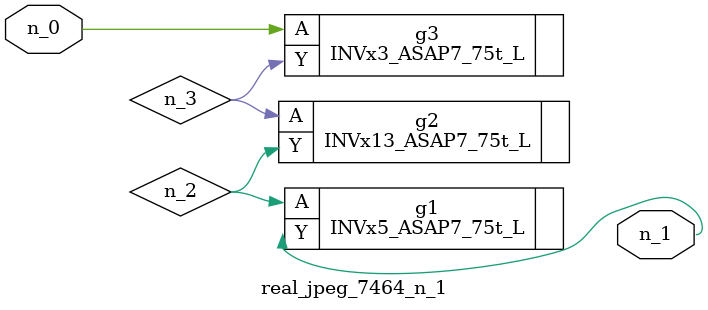
<source format=v>
module real_jpeg_7464_n_1 (n_0, n_1);

input n_0;

output n_1;

wire n_3;
wire n_2;

INVx3_ASAP7_75t_L g3 ( 
.A(n_0),
.Y(n_3)
);

INVx5_ASAP7_75t_L g1 ( 
.A(n_2),
.Y(n_1)
);

INVx13_ASAP7_75t_L g2 ( 
.A(n_3),
.Y(n_2)
);


endmodule
</source>
